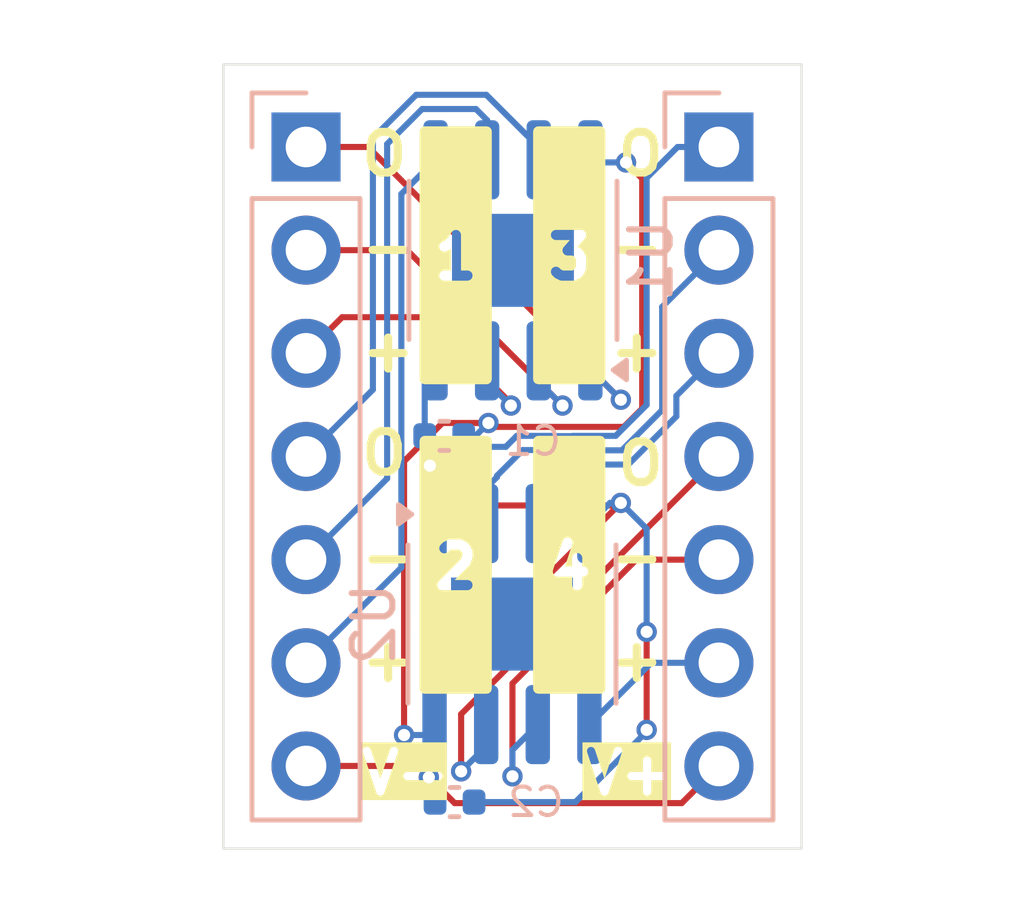
<source format=kicad_pcb>
(kicad_pcb (version 20240108) (generator "pcbnew") (generator_version "8.0")
  (layers (0 "F.Cu" signal) (31 "B.Cu" signal) (34 "B.Paste" user) (35 "F.Paste" user) (36 "B.SilkS" user "B.Silkscreen") (37 "F.SilkS" user "F.Silkscreen") (38 "B.Mask" user) (39 "F.Mask" user) (44 "Edge.Cuts" user))
  (net 0 "")
  (net 1 "V-")
  (net 2 "Net-(INPUT1-Pin_3)")
  (net 3 "Net-(INPUT1-Pin_1)")
  (net 4 "Net-(INPUT1-Pin_5)")
  (net 5 "Net-(INPUT1-Pin_4)")
  (net 6 "Net-(INPUT1-Pin_2)")
  (net 7 "Net-(INPUT1-Pin_6)")
  (net 8 "Net-(INPUT2-Pin_1)")
  (net 9 "Net-(INPUT2-Pin_6)")
  (net 10 "Net-(INPUT2-Pin_5)")
  (net 11 "Net-(INPUT2-Pin_2)")
  (net 12 "Net-(INPUT2-Pin_4)")
  (net 13 "Net-(INPUT2-Pin_3)")
  (net 14 "V+")
  (footprint "Package_SO:SOIC-8-1EP_3.9x4.9mm_P1.27mm_EP2.29x3mm" (layer "B.Cu") (at 175.272 33.271 90)
    (property "Reference" "U1" (at 0 3.4 90) (layer "B.SilkS") (effects (justify mirror)))
    (property "Value" "MCP6002-xSN")
    (fp_line (start 1.95 -2.56) (end 0 -2.56) (stroke (width 0.12)) (layer "B.SilkS"))
    (fp_line (start -1.95 -2.56) (end 0 -2.56) (stroke (width 0.12)) (layer "B.SilkS"))
    (fp_line (start 1.95 2.56) (end 0 2.56) (stroke (width 0.12)) (layer "B.SilkS"))
    (fp_line (start -1.95 2.56) (end 0 2.56) (stroke (width 0.12)) (layer "B.SilkS"))
    (fp_poly (pts (xy -2.7 2.465) (xy -2.94 2.795) (xy -2.46 2.795) (xy -2.7 2.465)) (stroke (width 0.12)) (fill solid) (layer "B.SilkS"))
    (pad "1" smd roundrect (at -2.475 1.905 90) (size 1.95 0.6) (layers "B.Cu" "B.Paste" "B.Mask") (net 3 "Net-(INPUT1-Pin_1)"))
    (pad "2" smd roundrect (at -2.475 0.635 90) (size 1.95 0.6) (layers "B.Cu" "B.Paste" "B.Mask") (net 6 "Net-(INPUT1-Pin_2)"))
    (pad "3" smd roundrect (at -2.475 -0.635 90) (size 1.95 0.6) (layers "B.Cu" "B.Paste" "B.Mask") (net 2 "Net-(INPUT1-Pin_3)"))
    (pad "4" smd roundrect (at -2.475 -1.905 90) (size 1.95 0.6) (layers "B.Cu" "B.Paste" "B.Mask") (net 1 "V-"))
    (pad "5" smd roundrect (at 2.475 -1.905 90) (size 1.95 0.6) (layers "B.Cu" "B.Paste" "B.Mask") (net 7 "Net-(INPUT1-Pin_6)"))
    (pad "6" smd roundrect (at 2.475 -0.635 90) (size 1.95 0.6) (layers "B.Cu" "B.Paste" "B.Mask") (net 4 "Net-(INPUT1-Pin_5)"))
    (pad "7" smd roundrect (at 2.475 0.635 90) (size 1.95 0.6) (layers "B.Cu" "B.Paste" "B.Mask") (net 5 "Net-(INPUT1-Pin_4)"))
    (pad "8" smd roundrect (at 2.475 1.905 90) (size 1.95 0.6) (layers "B.Cu" "B.Paste" "B.Mask") (net 14 "V+"))
    (pad "9" smd rect (at 0 0 90) (size 2.29 3) (property pad_prop_heatsink) (layers "B.Cu" "B.Mask"))
  )
  (footprint "Connector_PinSocket_2.54mm:PinSocket_1x07_P2.54mm_Vertical" (layer "B.Cu") (at 180.34 30.48 180)
    (property "Reference" "INPUT2")
    (property "Value" "Conn_01x07_Socket")
    (fp_line (start 1.33 1.33) (end 0 1.33) (stroke (width 0.12)) (layer "B.SilkS"))
    (fp_line (start 1.33 0) (end 1.33 1.33) (stroke (width 0.12)) (layer "B.SilkS"))
    (fp_line (start 1.33 -1.27) (end -1.33 -1.27) (stroke (width 0.12)) (layer "B.SilkS"))
    (fp_line (start 1.33 -16.57) (end 1.33 -1.27) (stroke (width 0.12)) (layer "B.SilkS"))
    (fp_line (start 1.33 -16.57) (end -1.33 -16.57) (stroke (width 0.12)) (layer "B.SilkS"))
    (fp_line (start -1.33 -16.57) (end -1.33 -1.27) (stroke (width 0.12)) (layer "B.SilkS"))
    (pad "1" thru_hole rect (at 0 0 180) (size 1.7 1.7) (drill 1) (layers "*.Cu" "*.Mask") (net 8 "Net-(INPUT2-Pin_1)"))
    (pad "2" thru_hole oval (at 0 -2.54 180) (size 1.7 1.7) (drill 1) (layers "*.Cu" "*.Mask") (net 11 "Net-(INPUT2-Pin_2)"))
    (pad "3" thru_hole oval (at 0 -5.08 180) (size 1.7 1.7) (drill 1) (layers "*.Cu" "*.Mask") (net 13 "Net-(INPUT2-Pin_3)"))
    (pad "4" thru_hole oval (at 0 -7.62 180) (size 1.7 1.7) (drill 1) (layers "*.Cu" "*.Mask") (net 12 "Net-(INPUT2-Pin_4)"))
    (pad "5" thru_hole oval (at 0 -10.16 180) (size 1.7 1.7) (drill 1) (layers "*.Cu" "*.Mask") (net 10 "Net-(INPUT2-Pin_5)"))
    (pad "6" thru_hole oval (at 0 -12.7 180) (size 1.7 1.7) (drill 1) (layers "*.Cu" "*.Mask") (net 9 "Net-(INPUT2-Pin_6)"))
    (pad "7" thru_hole oval (at 0 -15.24 180) (size 1.7 1.7) (drill 1) (layers "*.Cu" "*.Mask") (net 14 "V+"))
  )
  (footprint "Package_SO:SOIC-8-1EP_3.9x4.9mm_P1.27mm_EP2.29x3mm" (layer "B.Cu") (at 175.248 42.226 -90)
    (property "Reference" "U2" (at 0 3.4 90) (layer "B.SilkS") (effects (justify mirror)))
    (property "Value" "MCP6002-xSN")
    (fp_line (start -1.95 2.56) (end 0 2.56) (stroke (width 0.12)) (layer "B.SilkS"))
    (fp_line (start 1.95 2.56) (end 0 2.56) (stroke (width 0.12)) (layer "B.SilkS"))
    (fp_line (start -1.95 -2.56) (end 0 -2.56) (stroke (width 0.12)) (layer "B.SilkS"))
    (fp_line (start 1.95 -2.56) (end 0 -2.56) (stroke (width 0.12)) (layer "B.SilkS"))
    (fp_poly (pts (xy -2.7 2.465) (xy -2.94 2.795) (xy -2.46 2.795) (xy -2.7 2.465)) (stroke (width 0.12)) (fill solid) (layer "B.SilkS"))
    (pad "1" smd roundrect (at -2.475 1.905 270) (size 1.95 0.6) (layers "B.Cu" "B.Paste" "B.Mask") (net 8 "Net-(INPUT2-Pin_1)"))
    (pad "2" smd roundrect (at -2.475 0.635 270) (size 1.95 0.6) (layers "B.Cu" "B.Paste" "B.Mask") (net 11 "Net-(INPUT2-Pin_2)"))
    (pad "3" smd roundrect (at -2.475 -0.635 270) (size 1.95 0.6) (layers "B.Cu" "B.Paste" "B.Mask") (net 13 "Net-(INPUT2-Pin_3)"))
    (pad "4" smd roundrect (at -2.475 -1.905 270) (size 1.95 0.6) (layers "B.Cu" "B.Paste" "B.Mask") (net 1 "V-"))
    (pad "5" smd roundrect (at 2.475 -1.905 270) (size 1.95 0.6) (layers "B.Cu" "B.Paste" "B.Mask") (net 9 "Net-(INPUT2-Pin_6)"))
    (pad "6" smd roundrect (at 2.475 -0.635 270) (size 1.95 0.6) (layers "B.Cu" "B.Paste" "B.Mask") (net 10 "Net-(INPUT2-Pin_5)"))
    (pad "7" smd roundrect (at 2.475 0.635 270) (size 1.95 0.6) (layers "B.Cu" "B.Paste" "B.Mask") (net 12 "Net-(INPUT2-Pin_4)"))
    (pad "8" smd roundrect (at 2.475 1.905 270) (size 1.95 0.6) (layers "B.Cu" "B.Paste" "B.Mask") (net 14 "V+"))
    (pad "9" smd rect (at 0 0 270) (size 2.29 3) (property pad_prop_heatsink) (layers "B.Cu" "B.Mask"))
  )
  (footprint "Capacitor_SMD:C_0402_1005Metric" (layer "B.Cu") (at 173.581 37.592 180)
    (property "Reference" "C1" (at -2.187 -0.127 0) (layer "B.SilkS") (effects (font (size 0.7 0.7) (thickness 0.1)) (justify mirror)))
    (property "Value" "0.1uf")
    (fp_line (start 0.107836 0.36) (end -0.107836 0.36) (stroke (width 0.12)) (layer "B.SilkS"))
    (fp_line (start 0.107836 -0.36) (end -0.107836 -0.36) (stroke (width 0.12)) (layer "B.SilkS"))
    (pad "1" smd roundrect (at -0.48 0 180) (size 0.56 0.62) (layers "B.Cu" "B.Paste" "B.Mask") (net 14 "V+"))
    (pad "2" smd roundrect (at 0.48 0 180) (size 0.56 0.62) (layers "B.Cu" "B.Paste" "B.Mask") (net 1 "V-"))
  )
  (footprint "Connector_PinSocket_2.54mm:PinSocket_1x07_P2.54mm_Vertical" (layer "B.Cu") (at 170.18 30.48 180)
    (property "Reference" "INPUT1")
    (property "Value" "Conn_01x07_Socket")
    (fp_line (start 1.33 1.33) (end 0 1.33) (stroke (width 0.12)) (layer "B.SilkS"))
    (fp_line (start 1.33 0) (end 1.33 1.33) (stroke (width 0.12)) (layer "B.SilkS"))
    (fp_line (start 1.33 -1.27) (end -1.33 -1.27) (stroke (width 0.12)) (layer "B.SilkS"))
    (fp_line (start 1.33 -16.57) (end 1.33 -1.27) (stroke (width 0.12)) (layer "B.SilkS"))
    (fp_line (start 1.33 -16.57) (end -1.33 -16.57) (stroke (width 0.12)) (layer "B.SilkS"))
    (fp_line (start -1.33 -16.57) (end -1.33 -1.27) (stroke (width 0.12)) (layer "B.SilkS"))
    (pad "1" thru_hole rect (at 0 0 180) (size 1.7 1.7) (drill 1) (layers "*.Cu" "*.Mask") (net 3 "Net-(INPUT1-Pin_1)"))
    (pad "2" thru_hole oval (at 0 -2.54 180) (size 1.7 1.7) (drill 1) (layers "*.Cu" "*.Mask") (net 6 "Net-(INPUT1-Pin_2)"))
    (pad "3" thru_hole oval (at 0 -5.08 180) (size 1.7 1.7) (drill 1) (layers "*.Cu" "*.Mask") (net 2 "Net-(INPUT1-Pin_3)"))
    (pad "4" thru_hole oval (at 0 -7.62 180) (size 1.7 1.7) (drill 1) (layers "*.Cu" "*.Mask") (net 5 "Net-(INPUT1-Pin_4)"))
    (pad "5" thru_hole oval (at 0 -10.16 180) (size 1.7 1.7) (drill 1) (layers "*.Cu" "*.Mask") (net 4 "Net-(INPUT1-Pin_5)"))
    (pad "6" thru_hole oval (at 0 -12.7 180) (size 1.7 1.7) (drill 1) (layers "*.Cu" "*.Mask") (net 7 "Net-(INPUT1-Pin_6)"))
    (pad "7" thru_hole oval (at 0 -15.24 180) (size 1.7 1.7) (drill 1) (layers "*.Cu" "*.Mask") (net 1 "V-"))
  )
  (footprint "Capacitor_SMD:C_0402_1005Metric" (layer "B.Cu") (at 173.835 46.609)
    (property "Reference" "C2" (at 2.004 0 360) (layer "B.SilkS") (effects (font (size 0.7 0.7) (thickness 0.1)) (justify mirror)))
    (property "Value" "0.1uf")
    (fp_line (start 0.107836 -0.36) (end -0.107836 -0.36) (stroke (width 0.12)) (layer "B.SilkS"))
    (fp_line (start 0.107836 0.36) (end -0.107836 0.36) (stroke (width 0.12)) (layer "B.SilkS"))
    (pad "1" smd roundrect (at -0.48 0) (size 0.56 0.62) (layers "B.Cu" "B.Paste" "B.Mask") (net 14 "V+"))
    (pad "2" smd roundrect (at 0.48 0) (size 0.56 0.62) (layers "B.Cu" "B.Paste" "B.Mask") (net 1 "V-"))
  )
  (gr_line (start 168.148 47.752) (end 168.148 28.448) (stroke (width 0.05)) (layer "Edge.Cuts"))
  (gr_line (start 182.372 47.752) (end 168.148 47.752) (stroke (width 0.05)) (layer "Edge.Cuts"))
  (gr_line (start 168.148 28.448) (end 182.372 28.448) (stroke (width 0.05)) (layer "Edge.Cuts"))
  (gr_line (start 182.372 28.448) (end 182.372 47.752) (stroke (width 0.05)) (layer "Edge.Cuts"))
  (gr_text "O" (at 179.07 38.862 0) (layer "F.SilkS") (effects (font (size 1 1) (thickness 0.2) (bold yes)) (justify right bottom)))
  (gr_text "-" (at 179.07 33.528 0) (layer "F.SilkS") (effects (font (size 1 1) (thickness 0.2) (bold yes)) (justify right bottom)))
  (gr_text "2" (at 173.228 41.402 0) (layer "F.SilkS" knockout) (effects (font (size 1 1) (thickness 0.25) (bold yes)) (justify left bottom)))
  (gr_text "4" (at 176.022 41.402 0) (layer "F.SilkS" knockout) (effects (font (size 1 1) (thickness 0.25) (bold yes)) (justify left bottom)))
  (gr_text "+" (at 171.45 43.688 0) (layer "F.SilkS") (effects (font (size 1 1) (thickness 0.2) (bold yes)) (justify left bottom)))
  (gr_text "-" (at 171.45 33.528 0) (layer "F.SilkS") (effects (font (size 1 1) (thickness 0.2) (bold yes)) (justify left bottom)))
  (gr_text "-" (at 179.07 41.148 0) (layer "F.SilkS") (effects (font (size 1 1) (thickness 0.2) (bold yes)) (justify right bottom)))
  (gr_text "+" (at 179.07 43.688 0) (layer "F.SilkS") (effects (font (size 1 1) (thickness 0.2) (bold yes)) (justify right bottom)))
  (gr_text "+" (at 171.45 36.068 0) (layer "F.SilkS") (effects (font (size 1 1) (thickness 0.2) (bold yes)) (justify left bottom)))
  (gr_text "-" (at 171.45 41.148 0) (layer "F.SilkS") (effects (font (size 1 1) (thickness 0.2) (bold yes)) (justify left bottom)))
  (gr_text "1" (at 173.228 33.782 0) (layer "F.SilkS" knockout) (effects (font (size 1 1) (thickness 0.25) (bold yes)) (justify left bottom)))
  (gr_text "V-" (at 171.45 46.482 0) (layer "F.SilkS" knockout) (effects (font (size 1 1) (thickness 0.2) (bold yes)) (justify left bottom)))
  (gr_text "O" (at 171.45 38.608 0) (layer "F.SilkS") (effects (font (size 1 1) (thickness 0.2) (bold yes)) (justify left bottom)))
  (gr_text "O" (at 179.07 31.242 0) (layer "F.SilkS") (effects (font (size 1 1) (thickness 0.2) (bold yes)) (justify right bottom)))
  (gr_text "3" (at 176.022 33.782 0) (layer "F.SilkS" knockout) (effects (font (size 1 1) (thickness 0.25) (bold yes)) (justify left bottom)))
  (gr_text "V+" (at 179.324 46.482 0) (layer "F.SilkS" knockout) (effects (font (size 1 1) (thickness 0.2) (bold yes)) (justify right bottom)))
  (gr_text "+" (at 179.07 36.068 0) (layer "F.SilkS") (effects (font (size 1 1) (thickness 0.2) (bold yes)) (justify right bottom)))
  (gr_text "O" (at 171.45 31.242 0) (layer "F.SilkS") (effects (font (size 1 1) (thickness 0.2) (bold yes)) (justify left bottom)))
  (segment (start 177.927 39.243) (end 177.8635 39.3065) (width 0.15) (layer "F.Cu") (net 1))
  (segment (start 170.18 45.72) (end 172.573463 45.72) (width 0.15) (layer "F.Cu") (net 1))
  (segment (start 172.573463 45.72) (end 173.228 45.065463) (width 0.15) (layer "F.Cu") (net 1))
  (segment (start 177.8635 39.3065) (end 174.208739 39.3065) (width 0.15) (layer "F.Cu") (net 1))
  (segment (start 174.208739 39.3065) (end 173.22824 38.326001) (width 0.15) (layer "F.Cu") (net 1))
  (segment (start 173.228 43.942) (end 177.927 39.243) (width 0.15) (layer "F.Cu") (net 1))
  (segment (start 173.228 45.065463) (end 173.228 43.942) (width 0.15) (layer "F.Cu") (net 1))
  (segment (start 178.562 44.831) (end 178.562 42.418) (width 0.15) (layer "F.Cu") (net 1))
  (via (at 178.562 42.418) (size 0.5) (drill 0.3) (layers "F.Cu" "B.Cu") (net 1))
  (via (at 177.927 39.243) (size 0.5) (drill 0.3) (layers "F.Cu" "B.Cu") (net 1))
  (via (at 173.22824 38.326001) (size 0.5) (drill 0.3) (layers "F.Cu" "B.Cu") (net 1))
  (via (at 178.562 44.831) (size 0.5) (drill 0.3) (layers "F.Cu" "B.Cu") (net 1))
  (segment (start 178.562 44.872196) (end 177.104596 46.3296) (width 0.15) (layer "B.Cu") (net 1))
  (segment (start 177.661 39.243) (end 177.153 39.751) (width 0.15) (layer "B.Cu") (net 1))
  (segment (start 173.22824 37.71924) (end 173.101 37.592) (width 0.15) (layer "B.Cu") (net 1))
  (segment (start 173.101 37.592) (end 173.101 36.012) (width 0.15) (layer "B.Cu") (net 1))
  (segment (start 177.104596 46.3296) (end 177.0888 46.3296) (width 0.15) (layer "B.Cu") (net 1))
  (segment (start 178.562 42.418) (end 178.562 39.878) (width 0.15) (layer "B.Cu") (net 1))
  (segment (start 173.101 36.012) (end 173.367 35.746) (width 0.15) (layer "B.Cu") (net 1))
  (segment (start 178.562 44.831) (end 178.562 44.872196) (width 0.15) (layer "B.Cu") (net 1))
  (segment (start 176.8094 46.609) (end 174.315 46.609) (width 0.15) (layer "B.Cu") (net 1))
  (segment (start 177.927 39.243) (end 177.661 39.243) (width 0.15) (layer "B.Cu") (net 1))
  (segment (start 178.562 39.878) (end 177.927 39.243) (width 0.15) (layer "B.Cu") (net 1))
  (segment (start 173.22824 38.326001) (end 173.22824 37.71924) (width 0.15) (layer "B.Cu") (net 1))
  (segment (start 177.0888 46.3296) (end 176.8094 46.609) (width 0.15) (layer "B.Cu") (net 1))
  (segment (start 171.069 34.671) (end 170.18 35.56) (width 0.15) (layer "F.Cu") (net 2))
  (segment (start 175.221347 36.791347) (end 173.101 34.671) (width 0.15) (layer "F.Cu") (net 2))
  (segment (start 173.101 34.671) (end 171.069 34.671) (width 0.15) (layer "F.Cu") (net 2))
  (segment (start 175.221347 36.846284) (end 175.221347 36.791347) (width 0.15) (layer "F.Cu") (net 2))
  (via (at 175.221347 36.846284) (size 0.5) (drill 0.3) (layers "F.Cu" "B.Cu") (net 2))
  (segment (start 175.221347 36.846284) (end 174.637 36.261937) (width 0.15) (layer "B.Cu") (net 2))
  (segment (start 174.637 36.261937) (end 174.637 35.746) (width 0.15) (layer "B.Cu") (net 2))
  (segment (start 177.927 36.703) (end 171.704 30.48) (width 0.15) (layer "F.Cu") (net 3))
  (segment (start 171.704 30.48) (end 170.18 30.48) (width 0.15) (layer "F.Cu") (net 3))
  (via (at 177.927 36.703) (size 0.5) (drill 0.3) (layers "F.Cu" "B.Cu") (net 3))
  (segment (start 177.177 35.953) (end 177.927 36.703) (width 0.15) (layer "B.Cu") (net 3))
  (segment (start 177.177 35.746) (end 177.177 35.953) (width 0.15) (layer "B.Cu") (net 3))
  (segment (start 173.036804 29.546) (end 172.176 30.406804) (width 0.15) (layer "B.Cu") (net 4))
  (segment (start 174.637 29.821001) (end 174.361999 29.546) (width 0.15) (layer "B.Cu") (net 4))
  (segment (start 172.176 30.406804) (end 172.176 38.644) (width 0.15) (layer "B.Cu") (net 4))
  (segment (start 174.361999 29.546) (end 173.036804 29.546) (width 0.15) (layer "B.Cu") (net 4))
  (segment (start 174.637 30.796) (end 174.637 29.821001) (width 0.15) (layer "B.Cu") (net 4))
  (segment (start 172.176 38.644) (end 170.18 40.64) (width 0.15) (layer "B.Cu") (net 4))
  (segment (start 174.617196 29.196) (end 172.891829 29.196) (width 0.15) (layer "B.Cu") (net 5))
  (segment (start 172.891829 29.196) (end 171.826 30.261829) (width 0.15) (layer "B.Cu") (net 5))
  (segment (start 171.826 30.261829) (end 171.826 36.454) (width 0.15) (layer "B.Cu") (net 5))
  (segment (start 171.826 36.454) (end 170.18 38.1) (width 0.15) (layer "B.Cu") (net 5))
  (segment (start 175.907 30.796) (end 175.907 30.485804) (width 0.15) (layer "B.Cu") (net 5))
  (segment (start 175.907 30.485804) (end 174.617196 29.196) (width 0.15) (layer "B.Cu") (net 5))
  (segment (start 172.665063 33.02) (end 170.18 33.02) (width 0.15) (layer "F.Cu") (net 6))
  (segment (start 176.491347 36.846284) (end 172.665063 33.02) (width 0.15) (layer "F.Cu") (net 6))
  (via (at 176.491347 36.846284) (size 0.5) (drill 0.3) (layers "F.Cu" "B.Cu") (net 6))
  (segment (start 176.491347 36.846284) (end 175.907 36.261937) (width 0.15) (layer "B.Cu") (net 6))
  (segment (start 175.907 36.261937) (end 175.907 35.746) (width 0.15) (layer "B.Cu") (net 6))
  (segment (start 172.526 40.834) (end 170.18 43.18) (width 0.15) (layer "B.Cu") (net 7))
  (segment (start 173.367 30.796) (end 172.526 31.637) (width 0.15) (layer "B.Cu") (net 7))
  (segment (start 172.526 31.637) (end 172.526 40.834) (width 0.15) (layer "B.Cu") (net 7))
  (segment (start 176.747463 37.598718) (end 176.754181 37.592) (width 0.15) (layer "B.Cu") (net 8))
  (segment (start 175.123231 37.836231) (end 175.367463 37.592) (width 0.15) (layer "B.Cu") (net 8))
  (segment (start 175.367463 37.592) (end 176.305819 37.592) (width 0.15) (layer "B.Cu") (net 8))
  (segment (start 175.096463 37.863) (end 175.123231 37.836231) (width 0.15) (layer "B.Cu") (net 8))
  (segment (start 179.324 30.48) (end 180.34 30.48) (width 0.15) (layer "B.Cu") (net 8))
  (segment (start 173.343 39.21078) (end 174.69078 37.863) (width 0.15) (layer "B.Cu") (net 8))
  (segment (start 176.754181 37.592) (end 177.8 37.592) (width 0.15) (layer "B.Cu") (net 8))
  (segment (start 176.305819 37.592) (end 176.312537 37.598718) (width 0.15) (layer "B.Cu") (net 8))
  (segment (start 178.562 31.242) (end 179.324 30.48) (width 0.15) (layer "B.Cu") (net 8))
  (segment (start 176.312537 37.598718) (end 176.747463 37.598718) (width 0.15) (layer "B.Cu") (net 8))
  (segment (start 177.8 37.592) (end 178.562 36.83) (width 0.15) (layer "B.Cu") (net 8))
  (segment (start 174.69078 37.863) (end 175.096462 37.863) (width 0.15) (layer "B.Cu") (net 8))
  (segment (start 178.562 36.83) (end 178.562 31.242) (width 0.15) (layer "B.Cu") (net 8))
  (segment (start 175.096462 37.863) (end 175.123231 37.836231) (width 0.15) (layer "B.Cu") (net 8))
  (segment (start 173.343 39.751) (end 173.343 39.21078) (width 0.15) (layer "B.Cu") (net 8))
  (segment (start 178.674 43.18) (end 180.34 43.18) (width 0.15) (layer "B.Cu") (net 9))
  (segment (start 177.153 44.701) (end 178.674 43.18) (width 0.15) (layer "B.Cu") (net 9))
  (segment (start 175.26 45.974) (end 175.26 43.688) (width 0.15) (layer "F.Cu") (net 10))
  (segment (start 175.26 43.688) (end 178.308 40.64) (width 0.15) (layer "F.Cu") (net 10))
  (segment (start 178.308 40.64) (end 180.34 40.64) (width 0.15) (layer "F.Cu") (net 10))
  (via (at 175.26 45.974) (size 0.5) (drill 0.3) (layers "F.Cu" "B.Cu") (net 10))
  (segment (start 175.26 45.324) (end 175.883 44.701) (width 0.15) (layer "B.Cu") (net 10))
  (segment (start 175.26 45.974) (end 175.26 45.324) (width 0.15) (layer "B.Cu") (net 10))
  (segment (start 174.613 38.874) (end 174.879 38.608) (width 0.15) (layer "B.Cu") (net 11))
  (segment (start 174.879 38.608) (end 174.879 38.575437) (width 0.15) (layer "B.Cu") (net 11))
  (segment (start 176.160844 37.942) (end 176.167562 37.948718) (width 0.15) (layer "B.Cu") (net 11))
  (segment (start 178.943 34.417) (end 180.34 33.02) (width 0.15) (layer "B.Cu") (net 11))
  (segment (start 174.613 39.751) (end 174.613 38.874) (width 0.15) (layer "B.Cu") (net 11))
  (segment (start 175.512437 37.942) (end 176.160844 37.942) (width 0.15) (layer "B.Cu") (net 11))
  (segment (start 177.951282 37.948718) (end 178.943 36.957) (width 0.15) (layer "B.Cu") (net 11))
  (segment (start 178.943 36.957) (end 178.943 34.417) (width 0.15) (layer "B.Cu") (net 11))
  (segment (start 174.879 38.575437) (end 175.512437 37.942) (width 0.15) (layer "B.Cu") (net 11))
  (segment (start 176.167562 37.948718) (end 177.951282 37.948718) (width 0.15) (layer "B.Cu") (net 11))
  (segment (start 173.996797 45.851987) (end 173.996797 44.443203) (width 0.15) (layer "F.Cu") (net 12))
  (segment (start 173.996797 44.443203) (end 180.34 38.1) (width 0.15) (layer "F.Cu") (net 12))
  (via (at 173.996797 45.851987) (size 0.5) (drill 0.3) (layers "F.Cu" "B.Cu") (net 12))
  (segment (start 174.613 45.235784) (end 174.613 44.701) (width 0.15) (layer "B.Cu") (net 12))
  (segment (start 173.996797 45.851987) (end 174.613 45.235784) (width 0.15) (layer "B.Cu") (net 12))
  (segment (start 176.360283 38.298718) (end 178.109282 38.298718) (width 0.15) (layer "B.Cu") (net 13))
  (segment (start 179.293 36.607) (end 180.34 35.56) (width 0.15) (layer "B.Cu") (net 13))
  (segment (start 175.883 38.776001) (end 176.360283 38.298718) (width 0.15) (layer "B.Cu") (net 13))
  (segment (start 179.293 37.115) (end 179.293 36.607) (width 0.15) (layer "B.Cu") (net 13))
  (segment (start 175.883 39.751) (end 175.883 38.776001) (width 0.15) (layer "B.Cu") (net 13))
  (segment (start 178.109282 38.298718) (end 179.293 37.115) (width 0.15) (layer "B.Cu") (net 13))
  (segment (start 174.764093 37.371284) (end 178.001179 37.371284) (width 0.15) (layer "F.Cu") (net 14))
  (segment (start 174.66861 37.275801) (end 173.535977 37.275801) (width 0.15) (layer "F.Cu") (net 14))
  (segment (start 178.452 31.259) (end 178.054 30.861) (width 0.15) (layer "F.Cu") (net 14))
  (segment (start 178.001179 37.371284) (end 178.452 36.920463) (width 0.15) (layer "F.Cu") (net 14))
  (segment (start 173.535977 37.275801) (end 172.593 38.218778) (width 0.15) (layer "F.Cu") (net 14))
  (segment (start 173.8376 46.6344) (end 179.4256 46.6344) (width 0.15) (layer "F.Cu") (net 14))
  (segment (start 173.2026 45.9994) (end 173.8376 46.6344) (width 0.15) (layer "F.Cu") (net 14))
  (segment (start 179.4256 46.6344) (end 180.34 45.72) (width 0.15) (layer "F.Cu") (net 14))
  (segment (start 172.593 38.218778) (end 172.593 44.958) (width 0.15) (layer "F.Cu") (net 14))
  (segment (start 178.452 36.920463) (end 178.452 31.259) (width 0.15) (layer "F.Cu") (net 14))
  (segment (start 174.66861 37.275801) (end 174.764093 37.371284) (width 0.15) (layer "F.Cu") (net 14))
  (via (at 172.593 44.958) (size 0.5) (drill 0.3) (layers "F.Cu" "B.Cu") (net 14))
  (via (at 178.054 30.861) (size 0.5) (drill 0.3) (layers "F.Cu" "B.Cu") (net 14))
  (via (at 174.66861 37.275801) (size 0.5) (drill 0.3) (layers "F.Cu" "B.Cu") (net 14))
  (via (at 173.2026 45.9994) (size 0.5) (drill 0.3) (layers "F.Cu" "B.Cu") (net 14))
  (segment (start 173.2026 46.4566) (end 173.355 46.609) (width 0.15) (layer "B.Cu") (net 14))
  (segment (start 173.2026 45.9994) (end 173.343 45.859) (width 0.15) (layer "B.Cu") (net 14))
  (segment (start 173.2026 45.9994) (end 173.2026 46.4566) (width 0.15) (layer "B.Cu") (net 14))
  (segment (start 173.086 44.958) (end 173.343 44.701) (width 0.15) (layer "B.Cu") (net 14))
  (segment (start 174.352411 37.592) (end 174.66861 37.275801) (width 0.15) (layer "B.Cu") (net 14))
  (segment (start 173.343 45.859) (end 173.343 44.701) (width 0.15) (layer "B.Cu") (net 14))
  (segment (start 178.054 30.861) (end 177.242 30.861) (width 0.15) (layer "B.Cu") (net 14))
  (segment (start 177.242 30.861) (end 177.177 30.796) (width 0.15) (layer "B.Cu") (net 14))
  (segment (start 174.061 37.592) (end 174.352411 37.592) (width 0.15) (layer "B.Cu") (net 14))
  (segment (start 172.593 44.958) (end 173.086 44.958) (width 0.15) (layer "B.Cu") (net 14))
  (zone (net 0) (net_name "") (layer "F.SilkS") (connect_pads (clearance 0)) (min_thickness 0.25) (fill yes (thermal_gap 0.5) (thermal_bridge_width 0.5))
    (polygon (pts (xy 175.768 37.592) (xy 177.546 37.592) (xy 177.546 43.942) (xy 175.768 43.942)))
  )
  (zone (net 0) (net_name "") (layer "F.SilkS") (connect_pads (clearance 0)) (min_thickness 0.25) (fill yes (thermal_gap 0.5) (thermal_bridge_width 0.5))
    (polygon (pts (xy 175.768 29.972) (xy 177.546 29.972) (xy 177.546 36.322) (xy 175.768 36.322)))
  )
  (zone (net 0) (net_name "") (layer "F.SilkS") (connect_pads (clearance 0)) (min_thickness 0.25) (fill yes (thermal_gap 0.5) (thermal_bridge_width 0.5))
    (polygon (pts (xy 172.974 29.972) (xy 174.752 29.972) (xy 174.752 36.322) (xy 172.974 36.322)))
  )
  (zone (net 0) (net_name "") (layer "F.SilkS") (connect_pads (clearance 0)) (min_thickness 0.25) (fill yes (thermal_gap 0.5) (thermal_bridge_width 0.5))
    (polygon (pts (xy 172.974 37.592) (xy 174.752 37.592) (xy 174.752 43.942) (xy 172.974 43.942)))
  )
)
</source>
